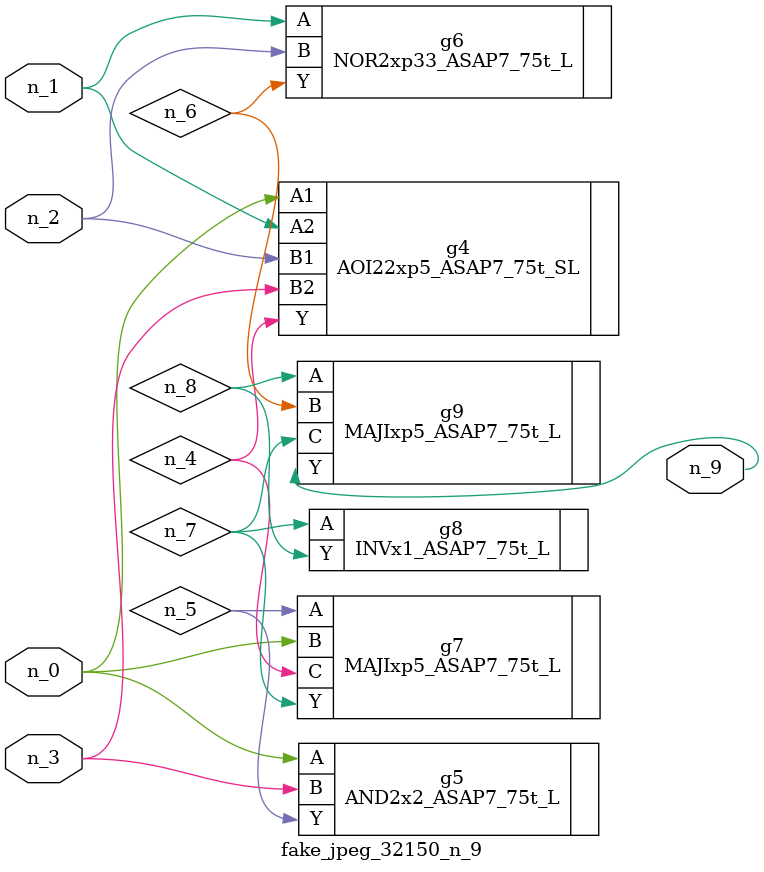
<source format=v>
module fake_jpeg_32150_n_9 (n_0, n_3, n_2, n_1, n_9);

input n_0;
input n_3;
input n_2;
input n_1;

output n_9;

wire n_4;
wire n_8;
wire n_6;
wire n_5;
wire n_7;

AOI22xp5_ASAP7_75t_SL g4 ( 
.A1(n_0),
.A2(n_1),
.B1(n_2),
.B2(n_3),
.Y(n_4)
);

AND2x2_ASAP7_75t_L g5 ( 
.A(n_0),
.B(n_3),
.Y(n_5)
);

NOR2xp33_ASAP7_75t_L g6 ( 
.A(n_1),
.B(n_2),
.Y(n_6)
);

MAJIxp5_ASAP7_75t_L g7 ( 
.A(n_5),
.B(n_0),
.C(n_4),
.Y(n_7)
);

INVx1_ASAP7_75t_L g8 ( 
.A(n_7),
.Y(n_8)
);

MAJIxp5_ASAP7_75t_L g9 ( 
.A(n_8),
.B(n_6),
.C(n_7),
.Y(n_9)
);


endmodule
</source>
